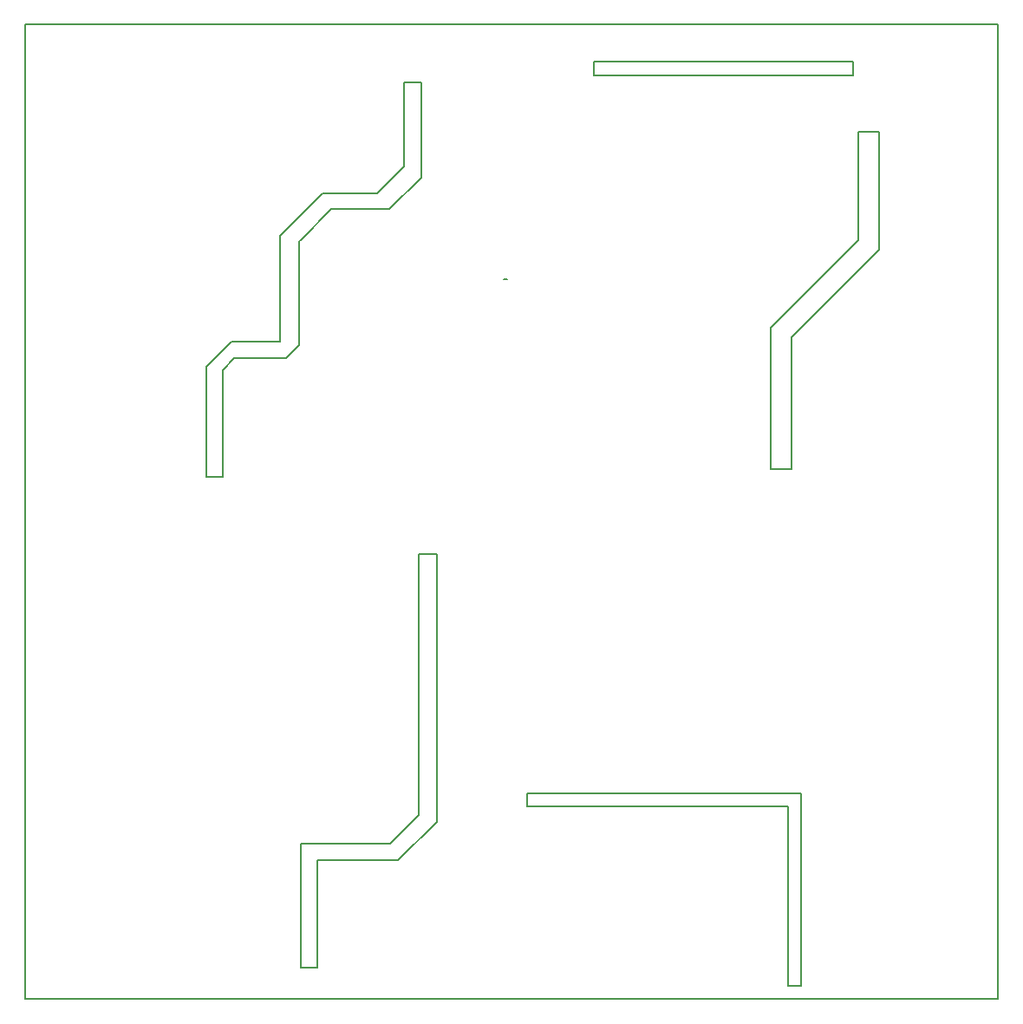
<source format=gm1>
G04 #@! TF.FileFunction,Profile,NP*
%FSLAX46Y46*%
G04 Gerber Fmt 4.6, Leading zero omitted, Abs format (unit mm)*
G04 Created by KiCad (PCBNEW 4.0.7) date 05/06/18 13:24:53*
%MOMM*%
%LPD*%
G01*
G04 APERTURE LIST*
%ADD10C,0.100000*%
%ADD11C,0.150000*%
G04 APERTURE END LIST*
D10*
D11*
X117411500Y-164973000D02*
X117538500Y-164973000D01*
X117411500Y-160274000D02*
X117411500Y-164973000D01*
X118681500Y-160274000D02*
X118681500Y-164973000D01*
X117411500Y-160274000D02*
X117411500Y-147447000D01*
X118681500Y-164973000D02*
X117411500Y-164973000D01*
X118681500Y-146177000D02*
X118681500Y-160274000D01*
X91948000Y-146177000D02*
X118681500Y-146177000D01*
X91948000Y-147447000D02*
X91948000Y-146177000D01*
X117411500Y-147447000D02*
X91948000Y-147447000D01*
X81407000Y-122809000D02*
X83121500Y-122809000D01*
X81407000Y-148272500D02*
X81407000Y-122809000D01*
X81216500Y-148463000D02*
X81153000Y-148526500D01*
X81407000Y-148272500D02*
X81216500Y-148463000D01*
X71501000Y-152717500D02*
X71501000Y-163195000D01*
X78549500Y-151130000D02*
X76771500Y-151130000D01*
X78994000Y-150685500D02*
X78549500Y-151130000D01*
X83121500Y-148844000D02*
X83121500Y-122809000D01*
X83121500Y-148971000D02*
X83121500Y-148844000D01*
X79375000Y-152717500D02*
X83121500Y-148971000D01*
X71501000Y-152717500D02*
X79375000Y-152717500D01*
X69850000Y-152400000D02*
X69850000Y-152590500D01*
X69850000Y-151130000D02*
X69850000Y-152400000D01*
X76835000Y-151130000D02*
X69850000Y-151130000D01*
X83058000Y-122809000D02*
X83121500Y-122809000D01*
X78994000Y-150685500D02*
X81216500Y-148463000D01*
X98488500Y-74739500D02*
X98488500Y-76073000D01*
X123825000Y-74739500D02*
X98488500Y-74739500D01*
X123825000Y-76073000D02*
X123825000Y-74739500D01*
X98488500Y-76073000D02*
X123825000Y-76073000D01*
X126365000Y-93091000D02*
X126365000Y-81597500D01*
X117792500Y-101663500D02*
X126365000Y-93091000D01*
X117792500Y-114490500D02*
X117792500Y-101663500D01*
X115760500Y-114490500D02*
X117792500Y-114490500D01*
X124269500Y-92202000D02*
X124269500Y-81597500D01*
X124079000Y-92392500D02*
X124269500Y-92202000D01*
X115760500Y-100711000D02*
X124079000Y-92392500D01*
X115760500Y-114490500D02*
X115760500Y-100711000D01*
X124269500Y-81597500D02*
X126365000Y-81597500D01*
X68453000Y-103695500D02*
X63373000Y-103695500D01*
X69723000Y-102425500D02*
X68453000Y-103695500D01*
X69723000Y-92265500D02*
X69723000Y-102425500D01*
X69850000Y-92138500D02*
X69723000Y-92265500D01*
X63055500Y-102108000D02*
X63500000Y-102108000D01*
X60642500Y-104521000D02*
X63055500Y-102108000D01*
X60642500Y-115316000D02*
X60642500Y-104521000D01*
X62230000Y-115316000D02*
X60642500Y-115316000D01*
X62230000Y-104838500D02*
X62230000Y-115316000D01*
X63373000Y-103695500D02*
X62230000Y-104838500D01*
X72834500Y-89154000D02*
X69850000Y-92138500D01*
X78486000Y-89154000D02*
X72834500Y-89154000D01*
X81597500Y-86042500D02*
X78486000Y-89154000D01*
X81597500Y-76771500D02*
X81597500Y-86042500D01*
X79946500Y-76771500D02*
X81597500Y-76771500D01*
X79946500Y-84963000D02*
X79946500Y-76771500D01*
X77343000Y-87566500D02*
X79946500Y-84963000D01*
X72009000Y-87566500D02*
X77343000Y-87566500D01*
X67818000Y-91757500D02*
X72009000Y-87566500D01*
X67818000Y-102108000D02*
X67818000Y-91757500D01*
X66484500Y-102108000D02*
X67818000Y-102108000D01*
X63436500Y-102108000D02*
X66484500Y-102108000D01*
X137922000Y-166243000D02*
X137922000Y-165862000D01*
X42926000Y-166243000D02*
X42926000Y-165989000D01*
X69850000Y-152273000D02*
X69850000Y-152400000D01*
X69850000Y-163195000D02*
X71501000Y-163195000D01*
X69850000Y-152400000D02*
X69850000Y-163195000D01*
X137922000Y-166243000D02*
X88011000Y-166243000D01*
X137922000Y-118110000D02*
X137922000Y-165989000D01*
X42926000Y-118110000D02*
X42926000Y-119253000D01*
X89916000Y-166243000D02*
X42926000Y-166243000D01*
X42926000Y-165989000D02*
X42926000Y-118999000D01*
X42926000Y-165989000D02*
X42926000Y-118999000D01*
X137922000Y-118110000D02*
X137922000Y-71120000D01*
X89662000Y-96012000D02*
X90043000Y-96012000D01*
X89789000Y-71120000D02*
X90932000Y-71120000D01*
X90932000Y-71120000D02*
X137922000Y-71120000D01*
X42926000Y-118110000D02*
X42926000Y-71120000D01*
X42926000Y-71120000D02*
X89916000Y-71120000D01*
M02*

</source>
